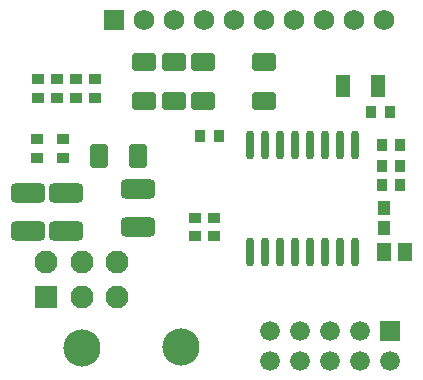
<source format=gts>
G04*
G04 #@! TF.GenerationSoftware,Altium Limited,Altium Designer,18.0.9 (584)*
G04*
G04 Layer_Color=8388736*
%FSLAX24Y24*%
%MOIN*%
G70*
G01*
G75*
G04:AMPARAMS|DCode=18|XSize=57.1mil|YSize=78mil|CornerRadius=5.5mil|HoleSize=0mil|Usage=FLASHONLY|Rotation=0.000|XOffset=0mil|YOffset=0mil|HoleType=Round|Shape=RoundedRectangle|*
%AMROUNDEDRECTD18*
21,1,0.0571,0.0669,0,0,0.0*
21,1,0.0461,0.0780,0,0,0.0*
1,1,0.0110,0.0230,-0.0335*
1,1,0.0110,-0.0230,-0.0335*
1,1,0.0110,-0.0230,0.0335*
1,1,0.0110,0.0230,0.0335*
%
%ADD18ROUNDEDRECTD18*%
G04:AMPARAMS|DCode=19|XSize=116.1mil|YSize=65mil|CornerRadius=17.7mil|HoleSize=0mil|Usage=FLASHONLY|Rotation=180.000|XOffset=0mil|YOffset=0mil|HoleType=Round|Shape=RoundedRectangle|*
%AMROUNDEDRECTD19*
21,1,0.1161,0.0295,0,0,180.0*
21,1,0.0807,0.0650,0,0,180.0*
1,1,0.0354,-0.0404,0.0148*
1,1,0.0354,0.0404,0.0148*
1,1,0.0354,0.0404,-0.0148*
1,1,0.0354,-0.0404,-0.0148*
%
%ADD19ROUNDEDRECTD19*%
G04:AMPARAMS|DCode=20|XSize=57.1mil|YSize=78mil|CornerRadius=5.5mil|HoleSize=0mil|Usage=FLASHONLY|Rotation=90.000|XOffset=0mil|YOffset=0mil|HoleType=Round|Shape=RoundedRectangle|*
%AMROUNDEDRECTD20*
21,1,0.0571,0.0669,0,0,90.0*
21,1,0.0461,0.0780,0,0,90.0*
1,1,0.0110,0.0335,0.0230*
1,1,0.0110,0.0335,-0.0230*
1,1,0.0110,-0.0335,-0.0230*
1,1,0.0110,-0.0335,0.0230*
%
%ADD20ROUNDEDRECTD20*%
%ADD21R,0.0413X0.0335*%
%ADD22O,0.0295X0.0965*%
%ADD23R,0.0335X0.0413*%
%ADD24R,0.0413X0.0453*%
%ADD25R,0.0512X0.0630*%
%ADD26R,0.0472X0.0748*%
%ADD27C,0.0659*%
%ADD28R,0.0659X0.0659*%
%ADD29C,0.1240*%
%ADD30C,0.0689*%
%ADD31R,0.0689X0.0689*%
%ADD32R,0.0768X0.0768*%
%ADD33C,0.0768*%
D18*
X35836Y30925D02*
D03*
X37136D02*
D03*
D19*
X37136Y29833D02*
D03*
Y28573D02*
D03*
X34764Y29675D02*
D03*
Y28415D02*
D03*
X33484Y29675D02*
D03*
Y28415D02*
D03*
D20*
X37333Y32746D02*
D03*
Y34046D02*
D03*
X38337Y32746D02*
D03*
Y34046D02*
D03*
X39331Y32746D02*
D03*
Y34046D02*
D03*
X41339Y32746D02*
D03*
Y34046D02*
D03*
D21*
X34636Y31476D02*
D03*
Y30866D02*
D03*
X33789Y31476D02*
D03*
Y30866D02*
D03*
X39675Y28868D02*
D03*
Y28258D02*
D03*
X39065Y28858D02*
D03*
Y28248D02*
D03*
X35709Y32874D02*
D03*
Y33484D02*
D03*
X33809Y32874D02*
D03*
Y33484D02*
D03*
X34449Y32874D02*
D03*
Y33484D02*
D03*
X35079Y32874D02*
D03*
Y33484D02*
D03*
D22*
X40898Y27717D02*
D03*
X41398D02*
D03*
X41898D02*
D03*
X42398D02*
D03*
X42898D02*
D03*
X43398D02*
D03*
X43898D02*
D03*
X44398D02*
D03*
X40898Y31299D02*
D03*
X41398D02*
D03*
X41898D02*
D03*
X42398D02*
D03*
X42898D02*
D03*
X43398D02*
D03*
X43898D02*
D03*
X44398D02*
D03*
D23*
X45886Y30581D02*
D03*
X45276D02*
D03*
Y29961D02*
D03*
X45886D02*
D03*
X39223Y31594D02*
D03*
X39833D02*
D03*
X44931Y32392D02*
D03*
X45541D02*
D03*
X45886Y31299D02*
D03*
X45276D02*
D03*
D24*
X45354Y28533D02*
D03*
Y29203D02*
D03*
D25*
X45354Y27717D02*
D03*
X46063D02*
D03*
D26*
X43996Y33268D02*
D03*
X45138D02*
D03*
D27*
X44561Y25089D02*
D03*
X41561D02*
D03*
X42561D02*
D03*
X44561Y24089D02*
D03*
X45561D02*
D03*
X41561D02*
D03*
X42561D02*
D03*
X43561Y25089D02*
D03*
Y24089D02*
D03*
D28*
X45561Y25089D02*
D03*
D29*
X38583Y24546D02*
D03*
X35276Y24528D02*
D03*
D30*
X45339Y35472D02*
D03*
X44339D02*
D03*
X38339D02*
D03*
X39339D02*
D03*
X37339D02*
D03*
X40339D02*
D03*
X42339D02*
D03*
X41339D02*
D03*
X43339D02*
D03*
D31*
X36339D02*
D03*
D32*
X34094Y26220D02*
D03*
D33*
X35276D02*
D03*
X34094Y27402D02*
D03*
X35276D02*
D03*
X36457Y26220D02*
D03*
Y27402D02*
D03*
M02*

</source>
